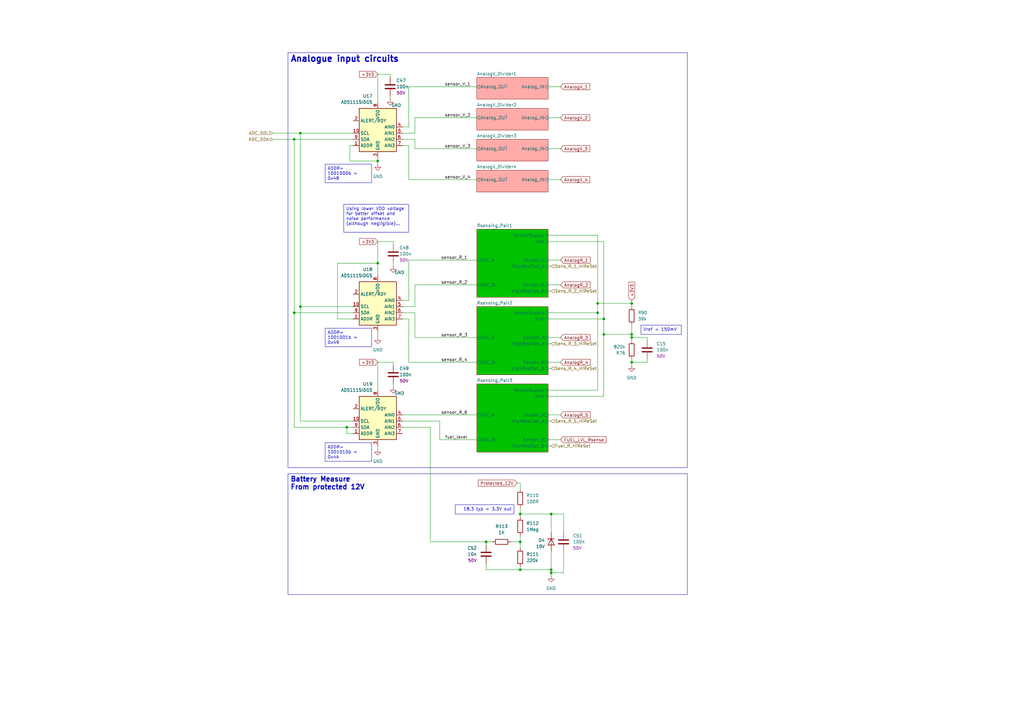
<source format=kicad_sch>
(kicad_sch (version 20250114) (generator "eeschema") (generator_version "9.0")
  (paper "A3")
  (title_block (date "2025-07-19") (rev "1.4") (comment 1 "https://github.com/martinroger/VXDash") (comment 2 "https://cadlab.io/projects/vxdash"))
  (lib_symbols
    (symbol "Analog_ADC:ADS1115IDGS"
      (property "Reference" "U" (at 2.54 13.97 0))
      (property "Value" "ADS1115IDGS" (at 7.62 11.43 0))
      (symbol "ADS1115IDGS_0_1"
        (rectangle (start -7.62 10.16) (end 7.62 -7.62) (stroke (width 0.254)) (fill (type background)))
      )
      (symbol "ADS1115IDGS_1_1"
        (pin input line (at -10.16 2.54 0) (length 2.54) (name "AIN0") (number "4"))
        (pin input line (at -10.16 0 0) (length 2.54) (name "AIN1") (number "5"))
        (pin input line (at -10.16 -2.54 0) (length 2.54) (name "AIN2") (number "6"))
        (pin input line (at -10.16 -5.08 0) (length 2.54) (name "AIN3") (number "7"))
        (pin power_in line (at 0 12.7 270) (length 2.54) (name "VDD") (number "8"))
        (pin power_in line (at 0 -10.16 90) (length 2.54) (name "GND") (number "3"))
        (pin output line (at 10.16 5.08 180) (length 2.54) (name "ALERT/RDY") (number "2"))
        (pin input line (at 10.16 0 180) (length 2.54) (name "SCL") (number "10"))
        (pin bidirectional line (at 10.16 -2.54 180) (length 2.54) (name "SDA") (number "9"))
        (pin input line (at 10.16 -5.08 180) (length 2.54) (name "ADDR") (number "1"))
      )
    )
    (symbol "Device:D_Zener" (pin_numbers (hide yes)) (pin_names (offset 1.016) (hide yes))
      (property "Reference" "D" (at 0 2.54 0))
      (property "Value" "D_Zener" (at 0 -2.54 0))
      (symbol "D_Zener_0_1"
        (polyline (pts (xy -1.27 -1.27) (xy -1.27 1.27) (xy -0.762 1.27)) (stroke (width 0.254)))
        (polyline (pts (xy 1.27 0) (xy -1.27 0)))
        (polyline (pts (xy 1.27 -1.27) (xy 1.27 1.27) (xy -1.27 0) (xy 1.27 -1.27)) (stroke (width 0.254)))
      )
      (symbol "D_Zener_1_1"
        (pin passive line (at -3.81 0 0) (length 2.54) (name "K") (number "1"))
        (pin passive line (at 3.81 0 180) (length 2.54) (name "A") (number "2"))
      )
    )
    (symbol "VXDash_passives:Cap_MLCC" (pin_numbers (hide yes)) (pin_names (offset 0.254))
      (property "Reference" "C" (at 2.54 2.54 0))
      (property "Value" "Cap_MLCC" (at 2.54 0 0))
      (property "Voltage" "50V" (at 2.54 -2.54 0))
      (symbol "Cap_MLCC_0_1"
        (polyline (pts (xy -2.032 0.762) (xy 2.032 0.762)) (stroke (width 0.508)))
        (polyline (pts (xy -2.032 -0.762) (xy 2.032 -0.762)) (stroke (width 0.508)))
      )
      (symbol "Cap_MLCC_1_1"
        (pin passive line (at 0 3.81 270) (length 2.794) (name "~") (number "1"))
        (pin passive line (at 0 -3.81 90) (length 2.794) (name "~") (number "2"))
      )
    )
    (symbol "VXDash_passives:Res" (pin_numbers (hide yes)) (pin_names (offset 0))
      (property "Reference" "R" (at 1.27 1.27 0))
      (property "Value" "Res" (at 1.27 -1.27 0))
      (symbol "Res_0_1"
        (rectangle (start -1.016 -2.54) (end 1.016 2.54) (stroke (width 0.254)))
      )
      (symbol "Res_1_1"
        (pin passive line (at 0 3.81 270) (length 1.27) (name "~") (number "1"))
        (pin passive line (at 0 -3.81 90) (length 1.27) (name "~") (number "2"))
      )
    )
    (symbol "power:GND" (power) (pin_numbers (hide yes)) (pin_names (offset 0) (hide yes))
      (property "Value" "GND" (at 0 -3.81 0))
      (symbol "GND_0_1"
        (polyline (pts (xy 0 0) (xy 0 -1.27) (xy 1.27 -1.27) (xy 0 -2.54) (xy -1.27 -1.27) (xy 0 -1.27)))
      )
      (symbol "GND_1_1"
        (pin power_in line (at 0 0 270) (length 0) (name "~") (number "1"))
      )
    )
  )
  (text_box "ADDR= 1001010b = 0x4A" (at 133.35 181.61 0) (size 19.05 7.62) (margins 0.9525 0.9525 0.9525 0.9525) (effects (font (size 1.27 1.27)) (justify left top)))
  (text_box "Battery Measure\nFrom protected 12V" (at 118.11 194.31 0) (size 163.83 49.53) (margins 0.9525 0.9525 0.9525 0.9525) (effects (font (size 2 2) (thickness 0.4) (bold yes)) (justify left top)))
  (text_box "ADDR= 1001000b = 0x48" (at 133.35 67.31 0) (size 19.05 7.62) (margins 0.9525 0.9525 0.9525 0.9525) (effects (font (size 1.27 1.27)) (justify left top)))
  (text_box "Using lower VDD voltage for better offset and noise performance (although negligible)..." (at 140.97 83.82 0) (size 26.67 11.43) (margins 0.9525 0.9525 0.9525 0.9525) (effects (font (size 1.27 1.27)) (justify left top)))
  (text_box "ADDR= 1001001b = 0x49" (at 133.35 134.62 0) (size 19.05 7.62) (margins 0.9525 0.9525 0.9525 0.9525) (effects (font (size 1.27 1.27)) (justify left top)))
  (text_box "Vref = 150mV" (at 262.89 133.35 0) (size 16.51 3.81) (margins 0.9525 0.9525 0.9525 0.9525) (effects (font (size 1.27 1.27)) (justify left top)))
  (text_box "18.3 typ = 3.3V out" (at 210.82 207.01 0) (size -24.13 3.81) (margins 0.9525 0.9525 0.9525 0.9525) (effects (font (size 1.27 1.27)) (justify right top)))
  (text_box "Analogue input circuits" (at 118.11 21.59 0) (size 163.83 170.18) (margins 0.9525 0.9525 0.9525 0.9525) (effects (font (size 2.5 2.5) (thickness 0.5) (bold yes)) (justify left top)))
  (junction (at 226.06 210.82))
  (junction (at 259.08 138.43))
  (junction (at 142.24 175.26))
  (junction (at 120.65 128.27))
  (junction (at 259.08 137.16))
  (junction (at 123.19 54.61))
  (junction (at 226.06 233.68))
  (junction (at 259.08 124.46))
  (junction (at 247.65 137.16))
  (junction (at 123.19 125.73))
  (junction (at 154.94 66.04))
  (junction (at 247.65 130.81))
  (junction (at 245.11 124.46))
  (junction (at 213.36 222.25))
  (junction (at 226.06 234.95))
  (junction (at 213.36 233.68))
  (junction (at 120.65 57.15))
  (junction (at 154.94 107.95))
  (junction (at 259.08 148.59))
  (junction (at 245.11 128.27))
  (junction (at 213.36 210.82))
  (junction (at 199.39 222.25))
  (wire (pts (xy 144.78 59.69) (xy 143.51 59.69)))
  (wire (pts (xy 224.79 172.72) (xy 226.06 172.72)))
  (wire (pts (xy 199.39 233.68) (xy 213.36 233.68)))
  (wire (pts (xy 170.18 116.84) (xy 195.58 116.84)))
  (wire (pts (xy 165.1 57.15) (xy 170.18 57.15)))
  (wire (pts (xy 224.79 182.88) (xy 226.06 182.88)))
  (wire (pts (xy 224.79 96.52) (xy 245.11 96.52)))
  (wire (pts (xy 144.78 125.73) (xy 123.19 125.73)))
  (wire (pts (xy 144.78 128.27) (xy 120.65 128.27)))
  (wire (pts (xy 265.43 138.43) (xy 265.43 139.7)))
  (wire (pts (xy 165.1 128.27) (xy 170.18 128.27)))
  (wire (pts (xy 231.14 210.82) (xy 226.06 210.82)))
  (wire (pts (xy 154.94 107.95) (xy 154.94 113.03)))
  (wire (pts (xy 144.78 130.81) (xy 138.43 130.81)))
  (wire (pts (xy 247.65 137.16) (xy 247.65 130.81)))
  (wire (pts (xy 229.87 35.56) (xy 224.79 35.56)))
  (wire (pts (xy 154.94 148.59) (xy 154.94 160.02)))
  (wire (pts (xy 212.09 198.12) (xy 213.36 198.12)))
  (wire (pts (xy 170.18 125.73) (xy 170.18 116.84)))
  (wire (pts (xy 161.29 99.06) (xy 161.29 100.33)))
  (wire (pts (xy 138.43 107.95) (xy 154.94 107.95)))
  (wire (pts (xy 154.94 30.48) (xy 154.94 41.91)))
  (wire (pts (xy 167.64 52.07) (xy 167.64 35.56)))
  (wire (pts (xy 144.78 177.8) (xy 142.24 177.8)))
  (wire (pts (xy 165.1 125.73) (xy 170.18 125.73)))
  (wire (pts (xy 226.06 226.06) (xy 226.06 233.68)))
  (wire (pts (xy 167.64 130.81) (xy 167.64 148.59)))
  (wire (pts (xy 265.43 148.59) (xy 259.08 148.59)))
  (wire (pts (xy 154.94 182.88) (xy 154.94 184.15)))
  (wire (pts (xy 229.87 73.66) (xy 224.79 73.66)))
  (wire (pts (xy 213.36 210.82) (xy 226.06 210.82)))
  (wire (pts (xy 167.64 73.66) (xy 195.58 73.66)))
  (wire (pts (xy 259.08 138.43) (xy 265.43 138.43)))
  (wire (pts (xy 142.24 175.26) (xy 144.78 175.26)))
  (wire (pts (xy 199.39 222.25) (xy 199.39 223.52)))
  (wire (pts (xy 229.87 170.18) (xy 224.79 170.18)))
  (wire (pts (xy 154.94 99.06) (xy 154.94 107.95)))
  (wire (pts (xy 213.36 219.71) (xy 213.36 222.25)))
  (wire (pts (xy 165.1 172.72) (xy 180.34 172.72)))
  (wire (pts (xy 154.94 99.06) (xy 161.29 99.06)))
  (wire (pts (xy 245.11 160.02) (xy 224.79 160.02)))
  (wire (pts (xy 180.34 180.34) (xy 195.58 180.34)))
  (wire (pts (xy 231.14 218.44) (xy 231.14 210.82)))
  (wire (pts (xy 154.94 135.89) (xy 154.94 138.43)))
  (wire (pts (xy 224.79 151.13) (xy 226.06 151.13)))
  (wire (pts (xy 213.36 208.28) (xy 213.36 210.82)))
  (wire (pts (xy 231.14 226.06) (xy 231.14 234.95)))
  (wire (pts (xy 170.18 128.27) (xy 170.18 138.43)))
  (wire (pts (xy 224.79 130.81) (xy 247.65 130.81)))
  (wire (pts (xy 165.1 130.81) (xy 167.64 130.81)))
  (wire (pts (xy 259.08 139.7) (xy 259.08 138.43)))
  (wire (pts (xy 167.64 148.59) (xy 195.58 148.59)))
  (wire (pts (xy 247.65 130.81) (xy 247.65 99.06)))
  (wire (pts (xy 229.87 60.96) (xy 224.79 60.96)))
  (wire (pts (xy 229.87 106.68) (xy 224.79 106.68)))
  (wire (pts (xy 176.53 175.26) (xy 165.1 175.26)))
  (wire (pts (xy 142.24 177.8) (xy 142.24 175.26)))
  (wire (pts (xy 154.94 66.04) (xy 154.94 64.77)))
  (wire (pts (xy 229.87 138.43) (xy 224.79 138.43)))
  (wire (pts (xy 120.65 57.15) (xy 144.78 57.15)))
  (wire (pts (xy 120.65 128.27) (xy 120.65 175.26)))
  (wire (pts (xy 213.36 222.25) (xy 213.36 224.79)))
  (wire (pts (xy 167.64 123.19) (xy 167.64 106.68)))
  (wire (pts (xy 161.29 109.22) (xy 161.29 107.95)))
  (wire (pts (xy 199.39 231.14) (xy 199.39 233.68)))
  (wire (pts (xy 154.94 148.59) (xy 161.29 148.59)))
  (wire (pts (xy 229.87 180.34) (xy 224.79 180.34)))
  (wire (pts (xy 170.18 57.15) (xy 170.18 60.96)))
  (wire (pts (xy 180.34 172.72) (xy 180.34 180.34)))
  (wire (pts (xy 143.51 66.04) (xy 154.94 66.04)))
  (wire (pts (xy 229.87 48.26) (xy 224.79 48.26)))
  (wire (pts (xy 213.36 233.68) (xy 226.06 233.68)))
  (wire (pts (xy 123.19 125.73) (xy 123.19 172.72)))
  (wire (pts (xy 167.64 59.69) (xy 167.64 73.66)))
  (wire (pts (xy 176.53 222.25) (xy 176.53 175.26)))
  (wire (pts (xy 111.76 54.61) (xy 123.19 54.61)))
  (wire (pts (xy 259.08 148.59) (xy 259.08 149.86)))
  (wire (pts (xy 259.08 137.16) (xy 259.08 138.43)))
  (wire (pts (xy 167.64 106.68) (xy 195.58 106.68)))
  (wire (pts (xy 143.51 59.69) (xy 143.51 66.04)))
  (wire (pts (xy 224.79 162.56) (xy 247.65 162.56)))
  (wire (pts (xy 120.65 128.27) (xy 120.65 57.15)))
  (wire (pts (xy 170.18 48.26) (xy 195.58 48.26)))
  (wire (pts (xy 167.64 35.56) (xy 195.58 35.56)))
  (wire (pts (xy 224.79 140.97) (xy 226.06 140.97)))
  (wire (pts (xy 154.94 67.31) (xy 154.94 66.04)))
  (wire (pts (xy 229.87 116.84) (xy 224.79 116.84)))
  (wire (pts (xy 247.65 162.56) (xy 247.65 137.16)))
  (wire (pts (xy 170.18 138.43) (xy 195.58 138.43)))
  (wire (pts (xy 176.53 222.25) (xy 199.39 222.25)))
  (wire (pts (xy 165.1 54.61) (xy 170.18 54.61)))
  (wire (pts (xy 245.11 124.46) (xy 245.11 96.52)))
  (wire (pts (xy 111.76 57.15) (xy 120.65 57.15)))
  (wire (pts (xy 213.36 198.12) (xy 213.36 200.66)))
  (wire (pts (xy 120.65 175.26) (xy 142.24 175.26)))
  (wire (pts (xy 160.02 40.64) (xy 160.02 39.37)))
  (wire (pts (xy 160.02 30.48) (xy 160.02 31.75)))
  (wire (pts (xy 138.43 130.81) (xy 138.43 107.95)))
  (wire (pts (xy 170.18 54.61) (xy 170.18 48.26)))
  (wire (pts (xy 226.06 234.95) (xy 226.06 236.22)))
  (wire (pts (xy 165.1 123.19) (xy 167.64 123.19)))
  (wire (pts (xy 154.94 30.48) (xy 160.02 30.48)))
  (wire (pts (xy 259.08 124.46) (xy 259.08 125.73)))
  (wire (pts (xy 229.87 148.59) (xy 224.79 148.59)))
  (wire (pts (xy 161.29 158.75) (xy 161.29 157.48)))
  (wire (pts (xy 144.78 172.72) (xy 123.19 172.72)))
  (wire (pts (xy 161.29 148.59) (xy 161.29 149.86)))
  (wire (pts (xy 265.43 147.32) (xy 265.43 148.59)))
  (wire (pts (xy 224.79 99.06) (xy 247.65 99.06)))
  (wire (pts (xy 259.08 123.19) (xy 259.08 124.46)))
  (wire (pts (xy 259.08 148.59) (xy 259.08 147.32)))
  (wire (pts (xy 226.06 218.44) (xy 226.06 210.82)))
  (wire (pts (xy 201.93 222.25) (xy 199.39 222.25)))
  (wire (pts (xy 224.79 119.38) (xy 226.06 119.38)))
  (wire (pts (xy 231.14 234.95) (xy 226.06 234.95)))
  (wire (pts (xy 245.11 124.46) (xy 259.08 124.46)))
  (wire (pts (xy 209.55 222.25) (xy 213.36 222.25)))
  (wire (pts (xy 245.11 128.27) (xy 245.11 160.02)))
  (wire (pts (xy 165.1 59.69) (xy 167.64 59.69)))
  (wire (pts (xy 170.18 60.96) (xy 195.58 60.96)))
  (wire (pts (xy 245.11 128.27) (xy 224.79 128.27)))
  (wire (pts (xy 165.1 52.07) (xy 167.64 52.07)))
  (wire (pts (xy 247.65 137.16) (xy 259.08 137.16)))
  (wire (pts (xy 213.36 212.09) (xy 213.36 210.82)))
  (wire (pts (xy 259.08 133.35) (xy 259.08 137.16)))
  (wire (pts (xy 123.19 54.61) (xy 144.78 54.61)))
  (wire (pts (xy 123.19 54.61) (xy 123.19 125.73)))
  (wire (pts (xy 213.36 232.41) (xy 213.36 233.68)))
  (wire (pts (xy 226.06 233.68) (xy 226.06 234.95)))
  (wire (pts (xy 226.06 109.22) (xy 224.79 109.22)))
  (wire (pts (xy 165.1 170.18) (xy 195.58 170.18)))
  (wire (pts (xy 245.11 124.46) (xy 245.11 128.27)))
  (label "fuel_level" (at 191.77 180.34 180))
  (label "sensor_V_4" (at 193.04 73.66 180))
  (label "sensor_V_3" (at 193.04 60.96 180))
  (label "sensor_V_2" (at 193.04 48.26 180))
  (label "sensor_R_3" (at 191.77 138.43 180))
  (label "sensor_R_2" (at 191.77 116.84 180))
  (label "sensor_R_6" (at 191.77 170.18 180))
  (label "sensor_R_4" (at 191.77 148.59 180))
  (label "sensor_R_1" (at 191.77 106.68 180))
  (label "sensor_V_1" (at 193.04 35.56 180))
  (global_label "AnalogV_4" (shape input) (at 229.87 73.66 0) (property "Intersheetrefs" "${INTERSHEET_REFS}" (effects (hide yes))))
  (global_label "AnalogR_4" (shape input) (at 229.87 148.59 0) (property "Intersheetrefs" "${INTERSHEET_REFS}" (effects (hide yes))))
  (global_label "AnalogR_1" (shape input) (at 229.87 106.68 0) (property "Intersheetrefs" "${INTERSHEET_REFS}" (effects (hide yes))))
  (global_label "+3V3" (shape input) (at 259.08 123.19 90) (property "Intersheetrefs" "${INTERSHEET_REFS}" (effects (hide yes))))
  (global_label "FUEL_LVL_Rsense" (shape input) (at 229.87 180.34 0) (property "Intersheetrefs" "${INTERSHEET_REFS}" (effects (hide yes))))
  (global_label "AnalogV_1" (shape input) (at 229.87 35.56 0) (property "Intersheetrefs" "${INTERSHEET_REFS}" (effects (hide yes))))
  (global_label "Protected_12V" (shape input) (at 212.09 198.12 180) (property "Intersheetrefs" "${INTERSHEET_REFS}" (effects (hide yes))))
  (global_label "AnalogR_5" (shape input) (at 229.87 170.18 0) (property "Intersheetrefs" "${INTERSHEET_REFS}" (effects (hide yes))))
  (global_label "AnalogV_3" (shape input) (at 229.87 60.96 0) (property "Intersheetrefs" "${INTERSHEET_REFS}" (effects (hide yes))))
  (global_label "+3V3" (shape input) (at 154.94 30.48 180) (property "Intersheetrefs" "${INTERSHEET_REFS}" (effects (hide yes))))
  (global_label "AnalogR_3" (shape input) (at 229.87 138.43 0) (property "Intersheetrefs" "${INTERSHEET_REFS}" (effects (hide yes))))
  (global_label "AnalogV_2" (shape input) (at 229.87 48.26 0) (property "Intersheetrefs" "${INTERSHEET_REFS}" (effects (hide yes))))
  (global_label "AnalogR_2" (shape input) (at 229.87 116.84 0) (property "Intersheetrefs" "${INTERSHEET_REFS}" (effects (hide yes))))
  (global_label "+3V3" (shape input) (at 154.94 99.06 180) (property "Intersheetrefs" "${INTERSHEET_REFS}" (effects (hide yes))))
  (global_label "+3V3" (shape input) (at 154.94 148.59 180) (property "Intersheetrefs" "${INTERSHEET_REFS}" (effects (hide yes))))
  (hierarchical_label "Fuel_R_HiReSet" (shape input) (at 226.06 182.88 0))
  (hierarchical_label "Sens_R_4_HiReSet" (shape input) (at 226.06 151.13 0))
  (hierarchical_label "Sens_R_1_HiReSet" (shape input) (at 226.06 109.22 0))
  (hierarchical_label "Sens_R_2_HiReSet" (shape input) (at 226.06 119.38 0))
  (hierarchical_label "ADC_SDL" (shape input) (at 111.76 54.61 180))
  (hierarchical_label "Sens_R_5_HiReSet" (shape input) (at 226.06 172.72 0))
  (hierarchical_label "Sens_R_3_HiReSet" (shape input) (at 226.06 140.97 0))
  (hierarchical_label "ADC_SDA" (shape bidirectional) (at 111.76 57.15 180))
  (symbol (lib_id "VXDash_passives:Res") (at 213.36 228.6 0) (unit 1)
    (property "Reference" "R111" (at 215.9 227.3299 0) (effects (justify left)))
    (property "Value" "220k" (at 215.9 229.8699 0) (effects (justify left)))
    (property "Footprint" "Resistor_SMD:R_0805_2012Metric_Pad1.20x1.40mm_HandSolder" (effects (hide yes)))
    (property "Tol" "1%" (effects (hide yes)))
    (property "Power" "100mW" (effects (hide yes)))
  )
  (symbol (lib_id "VXDash_passives:Res") (at 205.74 222.25 270) (mirror x) (unit 1)
    (property "Reference" "R113" (at 205.74 215.9 90))
    (property "Value" "1K" (at 205.74 218.44 90))
    (property "Footprint" "Resistor_SMD:R_0805_2012Metric_Pad1.20x1.40mm_HandSolder" (effects (hide yes)))
    (property "Tol" "1%" (effects (hide yes)))
    (property "Power" "100mW" (effects (hide yes)))
  )
  (symbol (lib_id "VXDash_passives:Cap_MLCC") (at 231.14 222.25 180) (unit 1)
    (property "Reference" "C51" (at 234.95 219.7099 0) (effects (justify right)))
    (property "Value" "100n" (at 234.95 222.2499 0) (effects (justify right)))
    (property "Dielectric" "X7R" (effects (hide yes)))
    (property "Tol" "10%" (effects (hide yes)))
    (property "Voltage" "50V" (at 234.95 224.7899 0) (effects (justify right)))
  )
  (symbol (lib_id "VXDash_passives:Res") (at 213.36 215.9 180) (unit 1)
    (property "Reference" "R112" (at 215.9 214.6299 0) (effects (justify right)))
    (property "Value" "1Meg" (at 215.9 217.1699 0) (effects (justify right)))
    (property "Footprint" "Resistor_SMD:R_0805_2012Metric_Pad1.20x1.40mm_HandSolder" (effects (hide yes)))
    (property "Tol" "1%" (effects (hide yes)))
    (property "Power" "100mW" (effects (hide yes)))
  )
  (symbol (lib_id "VXDash_passives:Cap_MLCC") (at 199.39 227.33 0) (mirror x) (unit 1)
    (property "Reference" "C52" (at 195.58 224.7899 0) (effects (justify right)))
    (property "Value" "10n" (at 195.58 227.3299 0) (effects (justify right)))
    (property "Dielectric" "X7R" (effects (hide yes)))
    (property "Tol" "10%" (effects (hide yes)))
    (property "Voltage" "50V" (at 195.58 229.8699 0) (effects (justify right)))
  )
  (symbol (lib_id "Analog_ADC:ADS1115IDGS") (at 154.94 125.73 0) (mirror y) (unit 1)
    (property "Reference" "U18" (at 152.7967 110.49 0) (effects (justify left)))
    (property "Value" "ADS1115IDGS" (at 152.7967 113.03 0) (effects (justify left)))
    (property "Footprint" "Package_SO:TSSOP-10_3x3mm_P0.5mm" (effects (hide yes)))
    (property "Datasheet" "http://www.ti.com/lit/ds/symlink/ads1113.pdf" (effects (hide yes)))
    (property "Description" "Ultra-Small, Low-Power, I2C-Compatible, 860-SPS, 16-Bit ADCs With Internal Reference, Oscillator, and Programmable Comparator, VSSOP-10" (effects (hide yes)))
  )
  (symbol (lib_id "power:GND") (at 259.08 149.86 0) (unit 1)
    (property "Reference" "#PWR044" (effects (hide yes)))
    (property "Value" "GND" (at 259.08 154.94 0))
    (property "Description" "Power symbol creates a global label with name \"GND\" , ground" (effects (hide yes)))
  )
  (symbol (lib_id "Analog_ADC:ADS1115IDGS") (at 154.94 172.72 0) (mirror y) (unit 1)
    (property "Reference" "U19" (at 152.7967 157.48 0) (effects (justify left)))
    (property "Value" "ADS1115IDGS" (at 152.7967 160.02 0) (effects (justify left)))
    (property "Footprint" "Package_SO:TSSOP-10_3x3mm_P0.5mm" (effects (hide yes)))
    (property "Datasheet" "http://www.ti.com/lit/ds/symlink/ads1113.pdf" (effects (hide yes)))
    (property "Description" "Ultra-Small, Low-Power, I2C-Compatible, 860-SPS, 16-Bit ADCs With Internal Reference, Oscillator, and Programmable Comparator, VSSOP-10" (effects (hide yes)))
  )
  (symbol (lib_id "power:GND") (at 226.06 236.22 0) (mirror y) (unit 1)
    (property "Reference" "#PWR06" (effects (hide yes)))
    (property "Value" "GND" (at 226.06 241.3 0))
    (property "Description" "Power symbol creates a global label with name \"GND\" , ground" (effects (hide yes)))
  )
  (symbol (lib_id "power:GND") (at 161.29 158.75 0) (unit 1)
    (property "Reference" "#PWR058" (effects (hide yes)))
    (property "Value" "GND" (at 163.83 161.29 0))
    (property "Description" "Power symbol creates a global label with name \"GND\" , ground" (effects (hide yes)))
  )
  (symbol (lib_id "Device:D_Zener") (at 226.06 222.25 90) (mirror x) (unit 1)
    (property "Reference" "D4" (at 223.52 221.615 90) (effects (justify left)))
    (property "Value" "18V" (at 223.52 224.155 90) (effects (justify left)))
    (property "Footprint" "Diode_SMD:D_SOD-123" (effects (hide yes)))
    (property "Datasheet" "https://www.mccsemi.com/pdf/Products/BZT52C2V4~BZT52C75(500mW)(SOD-123).pdf" (effects (hide yes)))
    (property "Description" "DIODE ZENER 18V 200MW SOD123" (effects (hide yes)))
    (property "MFT" "Micro Commercial Co" (effects (hide yes)))
    (property "MFT_PN" "BZT52C18-TP" (effects (hide yes)))
  )
  (symbol (lib_id "VXDash_passives:Cap_MLCC") (at 160.02 35.56 0) (mirror y) (unit 1)
    (property "Reference" "C47" (at 162.56 33.02 0) (effects (justify right)))
    (property "Value" "100n" (at 162.56 35.56 0) (effects (justify right)))
    (property "Dielectric" "X7R" (effects (hide yes)))
    (property "Tol" "10%" (effects (hide yes)))
    (property "Voltage" "50V" (at 162.56 38.1 0) (effects (justify right)))
  )
  (symbol (lib_id "Analog_ADC:ADS1115IDGS") (at 154.94 54.61 0) (mirror y) (unit 1)
    (property "Reference" "U17" (at 152.7967 39.37 0) (effects (justify left)))
    (property "Value" "ADS1115IDGS" (at 152.7967 41.91 0) (effects (justify left)))
    (property "Footprint" "Package_SO:TSSOP-10_3x3mm_P0.5mm" (effects (hide yes)))
    (property "Datasheet" "http://www.ti.com/lit/ds/symlink/ads1113.pdf" (effects (hide yes)))
    (property "Description" "Ultra-Small, Low-Power, I2C-Compatible, 860-SPS, 16-Bit ADCs With Internal Reference, Oscillator, and Programmable Comparator, VSSOP-10" (effects (hide yes)))
  )
  (symbol (lib_id "VXDash_passives:Res") (at 213.36 204.47 180) (unit 1)
    (property "Reference" "R110" (at 215.9 203.1999 0) (effects (justify right)))
    (property "Value" "100R" (at 215.9 205.7399 0) (effects (justify right)))
    (property "Footprint" "Resistor_SMD:R_0805_2012Metric_Pad1.20x1.40mm_HandSolder" (effects (hide yes)))
    (property "Tol" "1%" (effects (hide yes)))
    (property "Power" "100mW" (effects (hide yes)))
  )
  (symbol (lib_id "power:GND") (at 154.94 184.15 0) (unit 1)
    (property "Reference" "#PWR050" (effects (hide yes)))
    (property "Value" "GND" (at 154.94 189.23 0))
    (property "Description" "Power symbol creates a global label with name \"GND\" , ground" (effects (hide yes)))
  )
  (symbol (lib_id "VXDash_passives:Cap_MLCC") (at 161.29 104.14 0) (mirror y) (unit 1)
    (property "Reference" "C48" (at 163.83 101.6 0) (effects (justify right)))
    (property "Value" "100n" (at 163.83 104.14 0) (effects (justify right)))
    (property "Dielectric" "X7R" (effects (hide yes)))
    (property "Tol" "10%" (effects (hide yes)))
    (property "Voltage" "50V" (at 163.83 106.68 0) (effects (justify right)))
  )
  (symbol (lib_id "power:GND") (at 154.94 138.43 0) (unit 1)
    (property "Reference" "#PWR052" (effects (hide yes)))
    (property "Value" "GND" (at 154.94 143.51 0))
    (property "Description" "Power symbol creates a global label with name \"GND\" , ground" (effects (hide yes)))
  )
  (symbol (lib_id "power:GND") (at 160.02 40.64 0) (unit 1)
    (property "Reference" "#PWR055" (effects (hide yes)))
    (property "Value" "GND" (at 162.56 43.18 0))
    (property "Description" "Power symbol creates a global label with name \"GND\" , ground" (effects (hide yes)))
  )
  (symbol (lib_id "power:GND") (at 154.94 67.31 0) (unit 1)
    (property "Reference" "#PWR053" (effects (hide yes)))
    (property "Value" "GND" (at 154.94 72.39 0))
    (property "Description" "Power symbol creates a global label with name \"GND\" , ground" (effects (hide yes)))
  )
  (symbol (lib_id "power:GND") (at 161.29 109.22 0) (unit 1)
    (property "Reference" "#PWR056" (effects (hide yes)))
    (property "Value" "GND" (at 163.83 111.76 0))
    (property "Description" "Power symbol creates a global label with name \"GND\" , ground" (effects (hide yes)))
  )
  (symbol (lib_id "VXDash_passives:Cap_MLCC") (at 161.29 153.67 0) (mirror y) (unit 1)
    (property "Reference" "C49" (at 163.83 151.13 0) (effects (justify right)))
    (property "Value" "100n" (at 163.83 153.67 0) (effects (justify right)))
    (property "Dielectric" "X7R" (effects (hide yes)))
    (property "Tol" "10%" (effects (hide yes)))
    (property "Voltage" "50V" (at 163.83 156.21 0) (effects (justify right)))
  )
  (symbol (lib_id "VXDash_passives:Res") (at 259.08 129.54 180) (unit 1)
    (property "Reference" "R90" (at 261.62 128.2699 0) (effects (justify right)))
    (property "Value" "39k" (at 261.62 130.8099 0) (effects (justify right)))
    (property "Footprint" "Resistor_SMD:R_0603_1608Metric_Pad0.98x0.95mm_HandSolder" (effects (hide yes)))
    (property "Tol" "1%" (effects (hide yes)))
    (property "Power" "100mW" (effects (hide yes)))
  )
  (symbol (lib_id "VXDash_passives:Res") (at 259.08 143.51 0) (unit 1)
    (property "Reference" "R76" (at 256.54 144.7801 0) (effects (justify right)))
    (property "Value" "820k" (at 256.54 142.2401 0) (effects (justify right)))
    (property "Footprint" "Resistor_SMD:R_0603_1608Metric_Pad0.98x0.95mm_HandSolder" (effects (hide yes)))
    (property "Tol" "1%" (effects (hide yes)))
    (property "Power" "100mW" (effects (hide yes)))
  )
  (symbol (lib_id "VXDash_passives:Cap_MLCC") (at 265.43 143.51 180) (unit 1)
    (property "Reference" "C15" (at 269.24 140.9699 0) (effects (justify right)))
    (property "Value" "100n" (at 269.24 143.5099 0) (effects (justify right)))
    (property "Footprint" "Capacitor_SMD:C_0603_1608Metric_Pad1.08x0.95mm_HandSolder" (effects (hide yes)))
    (property "Description" "Ceremic capacitor" (effects (hide yes)))
    (property "Voltage" "50V" (at 269.24 146.0499 0) (effects (justify right)))
    (property "Tol" "10%" (effects (hide yes)))
    (property "Dielectric" "X7R" (effects (hide yes)))
  )
  (sheet (at 195.58 93.98) (size 29.21 27.94) (stroke (width 0.1524)) (fill (color 0 194 0 1.0000))
    (property "Sheetname" "Rsensing_Pair1" (at 195.58 93.2684 0) (effects (justify left bottom)))
    (property "Sheetfile" "Rsensing_Pair.kicad_sch" (effects (hide yes)))
    (pin "ADC_A" output (at 195.58 106.68 180))
    (pin "ADC_B" output (at 195.58 116.84 180))
    (pin "HighResiSet_A" input (at 224.79 109.22 0))
    (pin "HighResiSet_B" input (at 224.79 119.38 0))
    (pin "Vref" input (at 224.79 99.06 0))
    (pin "SensorSupply" input (at 224.79 96.52 0))
    (pin "Sender_A" passive (at 224.79 106.68 0))
    (pin "Sender_B" passive (at 224.79 116.84 0))
  )
  (sheet (at 195.58 125.73) (size 29.21 27.94) (stroke (width 0.1524)) (fill (color 0 194 0 1.0000))
    (property "Sheetname" "Rsensing_Pair2" (at 195.58 125.0184 0) (effects (justify left bottom)))
    (property "Sheetfile" "Rsensing_Pair.kicad_sch" (effects (hide yes)))
    (pin "ADC_A" output (at 195.58 138.43 180))
    (pin "ADC_B" output (at 195.58 148.59 180))
    (pin "HighResiSet_A" input (at 224.79 140.97 0))
    (pin "HighResiSet_B" input (at 224.79 151.13 0))
    (pin "Vref" input (at 224.79 130.81 0))
    (pin "SensorSupply" input (at 224.79 128.27 0))
    (pin "Sender_A" passive (at 224.79 138.43 0))
    (pin "Sender_B" passive (at 224.79 148.59 0))
  )
  (sheet (at 195.58 57.15) (size 29.21 8.89) (stroke (width 0.1524)) (fill (color 255 171 169 1.0000))
    (property "Sheetname" "AnalogV_Divider3" (at 195.58 56.4384 0) (effects (justify left bottom)))
    (property "Sheetfile" "AnalogV_Divider.kicad_sch" (effects (hide yes)))
    (pin "Analog_OUT" output (at 195.58 60.96 180))
    (pin "Analog_IN" input (at 224.79 60.96 0))
  )
  (sheet (at 195.58 44.45) (size 29.21 8.89) (stroke (width 0.1524)) (fill (color 255 171 169 1.0000))
    (property "Sheetname" "AnalogV_Divider2" (at 195.58 43.7384 0) (effects (justify left bottom)))
    (property "Sheetfile" "AnalogV_Divider.kicad_sch" (effects (hide yes)))
    (pin "Analog_OUT" output (at 195.58 48.26 180))
    (pin "Analog_IN" input (at 224.79 48.26 0))
  )
  (sheet (at 195.58 31.75) (size 29.21 8.89) (stroke (width 0.1524)) (fill (color 255 171 169 1.0000))
    (property "Sheetname" "AnalogV_Divider1" (at 195.58 31.0384 0) (effects (justify left bottom)))
    (property "Sheetfile" "AnalogV_Divider.kicad_sch" (effects (hide yes)))
    (pin "Analog_OUT" output (at 195.58 35.56 180))
    (pin "Analog_IN" input (at 224.79 35.56 0))
  )
  (sheet (at 195.58 69.85) (size 29.21 8.89) (stroke (width 0.1524)) (fill (color 255 171 169 1.0000))
    (property "Sheetname" "AnalogV_Divider4" (at 195.58 69.1384 0) (effects (justify left bottom)))
    (property "Sheetfile" "AnalogV_Divider.kicad_sch" (effects (hide yes)))
    (pin "Analog_OUT" output (at 195.58 73.66 180))
    (pin "Analog_IN" input (at 224.79 73.66 0))
  )
  (sheet (at 195.58 157.48) (size 29.21 27.94) (stroke (width 0.1524)) (fill (color 0 194 0 1.0000))
    (property "Sheetname" "Rsensing_Pair3" (at 195.58 156.7684 0) (effects (justify left bottom)))
    (property "Sheetfile" "Rsensing_Pair.kicad_sch" (effects (hide yes)))
    (pin "ADC_A" output (at 195.58 170.18 180))
    (pin "ADC_B" output (at 195.58 180.34 180))
    (pin "HighResiSet_A" input (at 224.79 172.72 0))
    (pin "HighResiSet_B" input (at 224.79 182.88 0))
    (pin "Vref" input (at 224.79 162.56 0))
    (pin "SensorSupply" input (at 224.79 160.02 0))
    (pin "Sender_A" passive (at 224.79 170.18 0))
    (pin "Sender_B" passive (at 224.79 180.34 0))
  )
)
</source>
